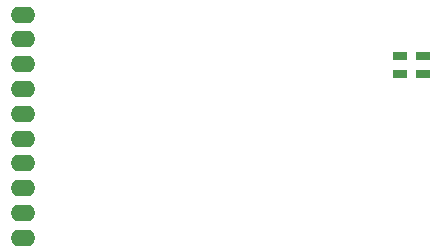
<source format=gbr>
%TF.GenerationSoftware,KiCad,Pcbnew,(5.1.9)-1*%
%TF.CreationDate,2022-04-05T10:11:24-05:00*%
%TF.ProjectId,iPod Bluetooth I2C Bridge,69506f64-2042-46c7-9565-746f6f746820,rev?*%
%TF.SameCoordinates,Original*%
%TF.FileFunction,Soldermask,Bot*%
%TF.FilePolarity,Negative*%
%FSLAX46Y46*%
G04 Gerber Fmt 4.6, Leading zero omitted, Abs format (unit mm)*
G04 Created by KiCad (PCBNEW (5.1.9)-1) date 2022-04-05 10:11:24*
%MOMM*%
%LPD*%
G01*
G04 APERTURE LIST*
%ADD10O,2.100000X1.400000*%
%ADD11R,1.200000X0.750000*%
G04 APERTURE END LIST*
D10*
%TO.C,J1*%
X34417000Y-49920000D03*
X34417000Y-47820000D03*
X34417000Y-45720000D03*
X34417000Y-43620000D03*
X34417000Y-41520000D03*
X34417000Y-39420000D03*
X34417000Y-37320000D03*
X34417000Y-35220000D03*
X34417000Y-33120000D03*
X34417000Y-31020000D03*
%TD*%
D11*
%TO.C,C5*%
X66360000Y-36068000D03*
X68260000Y-36068000D03*
%TD*%
%TO.C,C4*%
X66360000Y-34518600D03*
X68260000Y-34518600D03*
%TD*%
M02*

</source>
